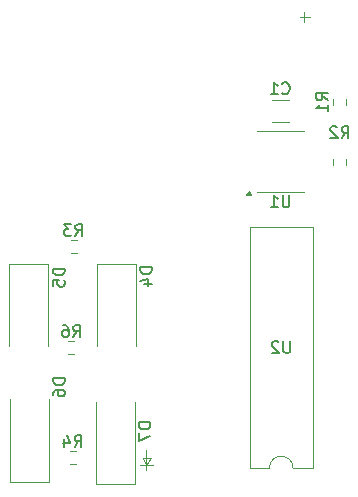
<source format=gbr>
%TF.GenerationSoftware,KiCad,Pcbnew,8.0.8*%
%TF.CreationDate,2025-03-23T13:12:37+08:00*%
%TF.ProjectId,trafficlight,74726166-6669-4636-9c69-6768742e6b69,rev?*%
%TF.SameCoordinates,Original*%
%TF.FileFunction,Legend,Bot*%
%TF.FilePolarity,Positive*%
%FSLAX46Y46*%
G04 Gerber Fmt 4.6, Leading zero omitted, Abs format (unit mm)*
G04 Created by KiCad (PCBNEW 8.0.8) date 2025-03-23 13:12:37*
%MOMM*%
%LPD*%
G01*
G04 APERTURE LIST*
%ADD10C,0.100000*%
%ADD11C,0.150000*%
%ADD12C,0.120000*%
G04 APERTURE END LIST*
D10*
X141173200Y-128409700D02*
X141173200Y-126733300D01*
X141554200Y-127393700D02*
X140893800Y-127419100D01*
X141732000Y-128003300D02*
X140690600Y-128003300D01*
X141211300Y-128003300D02*
X141554200Y-127393700D01*
X154178000Y-90043000D02*
X155016200Y-90043000D01*
X154584400Y-89662000D02*
X154584400Y-90474800D01*
X141211300Y-128003300D02*
X140893800Y-127419100D01*
D11*
X152705966Y-96502780D02*
X152753585Y-96550400D01*
X152753585Y-96550400D02*
X152896442Y-96598019D01*
X152896442Y-96598019D02*
X152991680Y-96598019D01*
X152991680Y-96598019D02*
X153134537Y-96550400D01*
X153134537Y-96550400D02*
X153229775Y-96455161D01*
X153229775Y-96455161D02*
X153277394Y-96359923D01*
X153277394Y-96359923D02*
X153325013Y-96169447D01*
X153325013Y-96169447D02*
X153325013Y-96026590D01*
X153325013Y-96026590D02*
X153277394Y-95836114D01*
X153277394Y-95836114D02*
X153229775Y-95740876D01*
X153229775Y-95740876D02*
X153134537Y-95645638D01*
X153134537Y-95645638D02*
X152991680Y-95598019D01*
X152991680Y-95598019D02*
X152896442Y-95598019D01*
X152896442Y-95598019D02*
X152753585Y-95645638D01*
X152753585Y-95645638D02*
X152705966Y-95693257D01*
X151753585Y-96598019D02*
X152325013Y-96598019D01*
X152039299Y-96598019D02*
X152039299Y-95598019D01*
X152039299Y-95598019D02*
X152134537Y-95740876D01*
X152134537Y-95740876D02*
X152229775Y-95836114D01*
X152229775Y-95836114D02*
X152325013Y-95883733D01*
X153370704Y-117494219D02*
X153370704Y-118303742D01*
X153370704Y-118303742D02*
X153323085Y-118398980D01*
X153323085Y-118398980D02*
X153275466Y-118446600D01*
X153275466Y-118446600D02*
X153180228Y-118494219D01*
X153180228Y-118494219D02*
X152989752Y-118494219D01*
X152989752Y-118494219D02*
X152894514Y-118446600D01*
X152894514Y-118446600D02*
X152846895Y-118398980D01*
X152846895Y-118398980D02*
X152799276Y-118303742D01*
X152799276Y-118303742D02*
X152799276Y-117494219D01*
X152370704Y-117589457D02*
X152323085Y-117541838D01*
X152323085Y-117541838D02*
X152227847Y-117494219D01*
X152227847Y-117494219D02*
X151989752Y-117494219D01*
X151989752Y-117494219D02*
X151894514Y-117541838D01*
X151894514Y-117541838D02*
X151846895Y-117589457D01*
X151846895Y-117589457D02*
X151799276Y-117684695D01*
X151799276Y-117684695D02*
X151799276Y-117779933D01*
X151799276Y-117779933D02*
X151846895Y-117922790D01*
X151846895Y-117922790D02*
X152418323Y-118494219D01*
X152418323Y-118494219D02*
X151799276Y-118494219D01*
X157728466Y-100309719D02*
X158061799Y-99833528D01*
X158299894Y-100309719D02*
X158299894Y-99309719D01*
X158299894Y-99309719D02*
X157918942Y-99309719D01*
X157918942Y-99309719D02*
X157823704Y-99357338D01*
X157823704Y-99357338D02*
X157776085Y-99404957D01*
X157776085Y-99404957D02*
X157728466Y-99500195D01*
X157728466Y-99500195D02*
X157728466Y-99643052D01*
X157728466Y-99643052D02*
X157776085Y-99738290D01*
X157776085Y-99738290D02*
X157823704Y-99785909D01*
X157823704Y-99785909D02*
X157918942Y-99833528D01*
X157918942Y-99833528D02*
X158299894Y-99833528D01*
X157347513Y-99404957D02*
X157299894Y-99357338D01*
X157299894Y-99357338D02*
X157204656Y-99309719D01*
X157204656Y-99309719D02*
X156966561Y-99309719D01*
X156966561Y-99309719D02*
X156871323Y-99357338D01*
X156871323Y-99357338D02*
X156823704Y-99404957D01*
X156823704Y-99404957D02*
X156776085Y-99500195D01*
X156776085Y-99500195D02*
X156776085Y-99595433D01*
X156776085Y-99595433D02*
X156823704Y-99738290D01*
X156823704Y-99738290D02*
X157395132Y-100309719D01*
X157395132Y-100309719D02*
X156776085Y-100309719D01*
X141537219Y-124382305D02*
X140537219Y-124382305D01*
X140537219Y-124382305D02*
X140537219Y-124620400D01*
X140537219Y-124620400D02*
X140584838Y-124763257D01*
X140584838Y-124763257D02*
X140680076Y-124858495D01*
X140680076Y-124858495D02*
X140775314Y-124906114D01*
X140775314Y-124906114D02*
X140965790Y-124953733D01*
X140965790Y-124953733D02*
X141108647Y-124953733D01*
X141108647Y-124953733D02*
X141299123Y-124906114D01*
X141299123Y-124906114D02*
X141394361Y-124858495D01*
X141394361Y-124858495D02*
X141489600Y-124763257D01*
X141489600Y-124763257D02*
X141537219Y-124620400D01*
X141537219Y-124620400D02*
X141537219Y-124382305D01*
X140537219Y-125287067D02*
X140537219Y-125953733D01*
X140537219Y-125953733D02*
X141537219Y-125525162D01*
X135196866Y-108582619D02*
X135530199Y-108106428D01*
X135768294Y-108582619D02*
X135768294Y-107582619D01*
X135768294Y-107582619D02*
X135387342Y-107582619D01*
X135387342Y-107582619D02*
X135292104Y-107630238D01*
X135292104Y-107630238D02*
X135244485Y-107677857D01*
X135244485Y-107677857D02*
X135196866Y-107773095D01*
X135196866Y-107773095D02*
X135196866Y-107915952D01*
X135196866Y-107915952D02*
X135244485Y-108011190D01*
X135244485Y-108011190D02*
X135292104Y-108058809D01*
X135292104Y-108058809D02*
X135387342Y-108106428D01*
X135387342Y-108106428D02*
X135768294Y-108106428D01*
X134863532Y-107582619D02*
X134244485Y-107582619D01*
X134244485Y-107582619D02*
X134577818Y-107963571D01*
X134577818Y-107963571D02*
X134434961Y-107963571D01*
X134434961Y-107963571D02*
X134339723Y-108011190D01*
X134339723Y-108011190D02*
X134292104Y-108058809D01*
X134292104Y-108058809D02*
X134244485Y-108154047D01*
X134244485Y-108154047D02*
X134244485Y-108392142D01*
X134244485Y-108392142D02*
X134292104Y-108487380D01*
X134292104Y-108487380D02*
X134339723Y-108535000D01*
X134339723Y-108535000D02*
X134434961Y-108582619D01*
X134434961Y-108582619D02*
X134720675Y-108582619D01*
X134720675Y-108582619D02*
X134815913Y-108535000D01*
X134815913Y-108535000D02*
X134863532Y-108487380D01*
X134287419Y-111352105D02*
X133287419Y-111352105D01*
X133287419Y-111352105D02*
X133287419Y-111590200D01*
X133287419Y-111590200D02*
X133335038Y-111733057D01*
X133335038Y-111733057D02*
X133430276Y-111828295D01*
X133430276Y-111828295D02*
X133525514Y-111875914D01*
X133525514Y-111875914D02*
X133715990Y-111923533D01*
X133715990Y-111923533D02*
X133858847Y-111923533D01*
X133858847Y-111923533D02*
X134049323Y-111875914D01*
X134049323Y-111875914D02*
X134144561Y-111828295D01*
X134144561Y-111828295D02*
X134239800Y-111733057D01*
X134239800Y-111733057D02*
X134287419Y-111590200D01*
X134287419Y-111590200D02*
X134287419Y-111352105D01*
X133287419Y-112828295D02*
X133287419Y-112352105D01*
X133287419Y-112352105D02*
X133763609Y-112304486D01*
X133763609Y-112304486D02*
X133715990Y-112352105D01*
X133715990Y-112352105D02*
X133668371Y-112447343D01*
X133668371Y-112447343D02*
X133668371Y-112685438D01*
X133668371Y-112685438D02*
X133715990Y-112780676D01*
X133715990Y-112780676D02*
X133763609Y-112828295D01*
X133763609Y-112828295D02*
X133858847Y-112875914D01*
X133858847Y-112875914D02*
X134096942Y-112875914D01*
X134096942Y-112875914D02*
X134192180Y-112828295D01*
X134192180Y-112828295D02*
X134239800Y-112780676D01*
X134239800Y-112780676D02*
X134287419Y-112685438D01*
X134287419Y-112685438D02*
X134287419Y-112447343D01*
X134287419Y-112447343D02*
X134239800Y-112352105D01*
X134239800Y-112352105D02*
X134192180Y-112304486D01*
X153319904Y-105146219D02*
X153319904Y-105955742D01*
X153319904Y-105955742D02*
X153272285Y-106050980D01*
X153272285Y-106050980D02*
X153224666Y-106098600D01*
X153224666Y-106098600D02*
X153129428Y-106146219D01*
X153129428Y-106146219D02*
X152938952Y-106146219D01*
X152938952Y-106146219D02*
X152843714Y-106098600D01*
X152843714Y-106098600D02*
X152796095Y-106050980D01*
X152796095Y-106050980D02*
X152748476Y-105955742D01*
X152748476Y-105955742D02*
X152748476Y-105146219D01*
X151748476Y-106146219D02*
X152319904Y-106146219D01*
X152034190Y-106146219D02*
X152034190Y-105146219D01*
X152034190Y-105146219D02*
X152129428Y-105289076D01*
X152129428Y-105289076D02*
X152224666Y-105384314D01*
X152224666Y-105384314D02*
X152319904Y-105431933D01*
X135118766Y-126469819D02*
X135452099Y-125993628D01*
X135690194Y-126469819D02*
X135690194Y-125469819D01*
X135690194Y-125469819D02*
X135309242Y-125469819D01*
X135309242Y-125469819D02*
X135214004Y-125517438D01*
X135214004Y-125517438D02*
X135166385Y-125565057D01*
X135166385Y-125565057D02*
X135118766Y-125660295D01*
X135118766Y-125660295D02*
X135118766Y-125803152D01*
X135118766Y-125803152D02*
X135166385Y-125898390D01*
X135166385Y-125898390D02*
X135214004Y-125946009D01*
X135214004Y-125946009D02*
X135309242Y-125993628D01*
X135309242Y-125993628D02*
X135690194Y-125993628D01*
X134261623Y-125803152D02*
X134261623Y-126469819D01*
X134499718Y-125422200D02*
X134737813Y-126136485D01*
X134737813Y-126136485D02*
X134118766Y-126136485D01*
X156586619Y-97097433D02*
X156110428Y-96764100D01*
X156586619Y-96526005D02*
X155586619Y-96526005D01*
X155586619Y-96526005D02*
X155586619Y-96906957D01*
X155586619Y-96906957D02*
X155634238Y-97002195D01*
X155634238Y-97002195D02*
X155681857Y-97049814D01*
X155681857Y-97049814D02*
X155777095Y-97097433D01*
X155777095Y-97097433D02*
X155919952Y-97097433D01*
X155919952Y-97097433D02*
X156015190Y-97049814D01*
X156015190Y-97049814D02*
X156062809Y-97002195D01*
X156062809Y-97002195D02*
X156110428Y-96906957D01*
X156110428Y-96906957D02*
X156110428Y-96526005D01*
X156586619Y-98049814D02*
X156586619Y-97478386D01*
X156586619Y-97764100D02*
X155586619Y-97764100D01*
X155586619Y-97764100D02*
X155729476Y-97668862D01*
X155729476Y-97668862D02*
X155824714Y-97573624D01*
X155824714Y-97573624D02*
X155872333Y-97478386D01*
X135015266Y-117142419D02*
X135348599Y-116666228D01*
X135586694Y-117142419D02*
X135586694Y-116142419D01*
X135586694Y-116142419D02*
X135205742Y-116142419D01*
X135205742Y-116142419D02*
X135110504Y-116190038D01*
X135110504Y-116190038D02*
X135062885Y-116237657D01*
X135062885Y-116237657D02*
X135015266Y-116332895D01*
X135015266Y-116332895D02*
X135015266Y-116475752D01*
X135015266Y-116475752D02*
X135062885Y-116570990D01*
X135062885Y-116570990D02*
X135110504Y-116618609D01*
X135110504Y-116618609D02*
X135205742Y-116666228D01*
X135205742Y-116666228D02*
X135586694Y-116666228D01*
X134158123Y-116142419D02*
X134348599Y-116142419D01*
X134348599Y-116142419D02*
X134443837Y-116190038D01*
X134443837Y-116190038D02*
X134491456Y-116237657D01*
X134491456Y-116237657D02*
X134586694Y-116380514D01*
X134586694Y-116380514D02*
X134634313Y-116570990D01*
X134634313Y-116570990D02*
X134634313Y-116951942D01*
X134634313Y-116951942D02*
X134586694Y-117047180D01*
X134586694Y-117047180D02*
X134539075Y-117094800D01*
X134539075Y-117094800D02*
X134443837Y-117142419D01*
X134443837Y-117142419D02*
X134253361Y-117142419D01*
X134253361Y-117142419D02*
X134158123Y-117094800D01*
X134158123Y-117094800D02*
X134110504Y-117047180D01*
X134110504Y-117047180D02*
X134062885Y-116951942D01*
X134062885Y-116951942D02*
X134062885Y-116713847D01*
X134062885Y-116713847D02*
X134110504Y-116618609D01*
X134110504Y-116618609D02*
X134158123Y-116570990D01*
X134158123Y-116570990D02*
X134253361Y-116523371D01*
X134253361Y-116523371D02*
X134443837Y-116523371D01*
X134443837Y-116523371D02*
X134539075Y-116570990D01*
X134539075Y-116570990D02*
X134586694Y-116618609D01*
X134586694Y-116618609D02*
X134634313Y-116713847D01*
X141678819Y-111250505D02*
X140678819Y-111250505D01*
X140678819Y-111250505D02*
X140678819Y-111488600D01*
X140678819Y-111488600D02*
X140726438Y-111631457D01*
X140726438Y-111631457D02*
X140821676Y-111726695D01*
X140821676Y-111726695D02*
X140916914Y-111774314D01*
X140916914Y-111774314D02*
X141107390Y-111821933D01*
X141107390Y-111821933D02*
X141250247Y-111821933D01*
X141250247Y-111821933D02*
X141440723Y-111774314D01*
X141440723Y-111774314D02*
X141535961Y-111726695D01*
X141535961Y-111726695D02*
X141631200Y-111631457D01*
X141631200Y-111631457D02*
X141678819Y-111488600D01*
X141678819Y-111488600D02*
X141678819Y-111250505D01*
X141012152Y-112679076D02*
X141678819Y-112679076D01*
X140631200Y-112440981D02*
X141345485Y-112202886D01*
X141345485Y-112202886D02*
X141345485Y-112821933D01*
X134312819Y-120648505D02*
X133312819Y-120648505D01*
X133312819Y-120648505D02*
X133312819Y-120886600D01*
X133312819Y-120886600D02*
X133360438Y-121029457D01*
X133360438Y-121029457D02*
X133455676Y-121124695D01*
X133455676Y-121124695D02*
X133550914Y-121172314D01*
X133550914Y-121172314D02*
X133741390Y-121219933D01*
X133741390Y-121219933D02*
X133884247Y-121219933D01*
X133884247Y-121219933D02*
X134074723Y-121172314D01*
X134074723Y-121172314D02*
X134169961Y-121124695D01*
X134169961Y-121124695D02*
X134265200Y-121029457D01*
X134265200Y-121029457D02*
X134312819Y-120886600D01*
X134312819Y-120886600D02*
X134312819Y-120648505D01*
X133312819Y-122077076D02*
X133312819Y-121886600D01*
X133312819Y-121886600D02*
X133360438Y-121791362D01*
X133360438Y-121791362D02*
X133408057Y-121743743D01*
X133408057Y-121743743D02*
X133550914Y-121648505D01*
X133550914Y-121648505D02*
X133741390Y-121600886D01*
X133741390Y-121600886D02*
X134122342Y-121600886D01*
X134122342Y-121600886D02*
X134217580Y-121648505D01*
X134217580Y-121648505D02*
X134265200Y-121696124D01*
X134265200Y-121696124D02*
X134312819Y-121791362D01*
X134312819Y-121791362D02*
X134312819Y-121981838D01*
X134312819Y-121981838D02*
X134265200Y-122077076D01*
X134265200Y-122077076D02*
X134217580Y-122124695D01*
X134217580Y-122124695D02*
X134122342Y-122172314D01*
X134122342Y-122172314D02*
X133884247Y-122172314D01*
X133884247Y-122172314D02*
X133789009Y-122124695D01*
X133789009Y-122124695D02*
X133741390Y-122077076D01*
X133741390Y-122077076D02*
X133693771Y-121981838D01*
X133693771Y-121981838D02*
X133693771Y-121791362D01*
X133693771Y-121791362D02*
X133741390Y-121696124D01*
X133741390Y-121696124D02*
X133789009Y-121648505D01*
X133789009Y-121648505D02*
X133884247Y-121600886D01*
D12*
%TO.C,C1*%
X151828048Y-97083200D02*
X153250552Y-97083200D01*
X151828048Y-98903200D02*
X153250552Y-98903200D01*
%TO.C,U2*%
X149968800Y-107804400D02*
X149968800Y-128244400D01*
X149968800Y-128244400D02*
X151618800Y-128244400D01*
X153618800Y-128244400D02*
X155268800Y-128244400D01*
X155268800Y-107804400D02*
X149968800Y-107804400D01*
X155268800Y-128244400D02*
X155268800Y-107804400D01*
X151618800Y-128244400D02*
G75*
G02*
X153618800Y-128244400I1000000J0D01*
G01*
%TO.C,R2*%
X158084300Y-102062076D02*
X158084300Y-102571524D01*
X157039300Y-102062076D02*
X157039300Y-102571524D01*
%TO.C,D7*%
X136932400Y-122620400D02*
X136932400Y-129630400D01*
X136932400Y-129630400D02*
X140232400Y-129630400D01*
X140232400Y-122620400D02*
X140232400Y-129630400D01*
%TO.C,R3*%
X135308424Y-108951500D02*
X134798976Y-108951500D01*
X135308424Y-109996500D02*
X134798976Y-109996500D01*
%TO.C,D5*%
X129591800Y-117943000D02*
X129591800Y-110933000D01*
X132891800Y-110933000D02*
X129591800Y-110933000D01*
X132891800Y-117943000D02*
X132891800Y-110933000D01*
%TO.C,U1*%
X150608000Y-99731400D02*
X152558000Y-99731400D01*
X150608000Y-104851400D02*
X152558000Y-104851400D01*
X154508000Y-99731400D02*
X152558000Y-99731400D01*
X154508000Y-104851400D02*
X152558000Y-104851400D01*
X150098000Y-105086400D02*
X149618000Y-105086400D01*
X149858000Y-104756400D01*
X150098000Y-105086400D01*
G36*
X150098000Y-105086400D02*
G01*
X149618000Y-105086400D01*
X149858000Y-104756400D01*
X150098000Y-105086400D01*
G37*
%TO.C,R4*%
X135230324Y-126838700D02*
X134720876Y-126838700D01*
X135230324Y-127883700D02*
X134720876Y-127883700D01*
%TO.C,R1*%
X158084300Y-97518824D02*
X158084300Y-97009376D01*
X157039300Y-97518824D02*
X157039300Y-97009376D01*
%TO.C,R6*%
X135103324Y-117511300D02*
X134593876Y-117511300D01*
X135103324Y-118556300D02*
X134593876Y-118556300D01*
%TO.C,D4*%
X136983200Y-117943000D02*
X136983200Y-110933000D01*
X140283200Y-110933000D02*
X136983200Y-110933000D01*
X140283200Y-117943000D02*
X140283200Y-110933000D01*
%TO.C,D6*%
X129642600Y-122377200D02*
X129642600Y-129387200D01*
X129642600Y-129387200D02*
X132942600Y-129387200D01*
X132942600Y-122377200D02*
X132942600Y-129387200D01*
%TD*%
M02*

</source>
